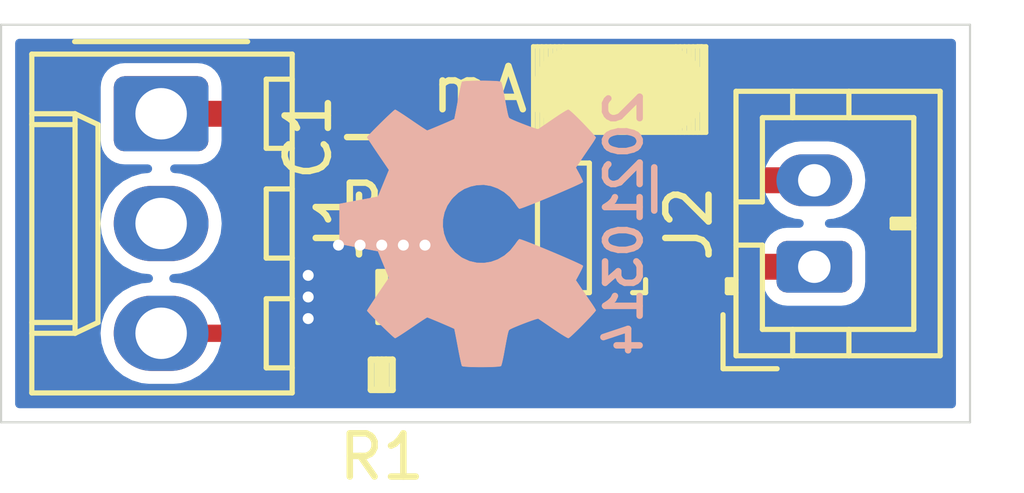
<source format=kicad_pcb>
(kicad_pcb (version 20171130) (host pcbnew 5.1.9-73d0e3b20d~88~ubuntu20.10.1)

  (general
    (thickness 1.6)
    (drawings 4)
    (tracks 25)
    (zones 0)
    (modules 9)
    (nets 7)
  )

  (page A4)
  (layers
    (0 F.Cu signal)
    (31 B.Cu signal)
    (32 B.Adhes user)
    (33 F.Adhes user)
    (34 B.Paste user)
    (35 F.Paste user)
    (36 B.SilkS user)
    (37 F.SilkS user)
    (38 B.Mask user)
    (39 F.Mask user)
    (40 Dwgs.User user)
    (41 Cmts.User user)
    (42 Eco1.User user)
    (43 Eco2.User user)
    (44 Edge.Cuts user)
    (45 Margin user)
    (46 B.CrtYd user)
    (47 F.CrtYd user)
    (48 B.Fab user)
    (49 F.Fab user)
  )

  (setup
    (last_trace_width 0.6)
    (user_trace_width 0.2)
    (user_trace_width 0.3)
    (user_trace_width 0.4)
    (user_trace_width 0.6)
    (user_trace_width 0.8)
    (user_trace_width 1)
    (user_trace_width 1.2)
    (user_trace_width 1.4)
    (user_trace_width 1.6)
    (user_trace_width 2)
    (trace_clearance 0.2)
    (zone_clearance 0.508)
    (zone_45_only no)
    (trace_min 0.1524)
    (via_size 0.8)
    (via_drill 0.4)
    (via_min_size 0.381)
    (via_min_drill 0.254)
    (user_via 0.4 0.254)
    (user_via 0.5 0.3)
    (user_via 0.6 0.4)
    (user_via 0.8 0.6)
    (user_via 1.1 0.8)
    (user_via 1.3 1)
    (user_via 1.5 1.2)
    (user_via 1.7 1.4)
    (user_via 1.9 1.6)
    (user_via 2.5 2)
    (uvia_size 0.3)
    (uvia_drill 0.1)
    (uvias_allowed no)
    (uvia_min_size 0.2)
    (uvia_min_drill 0.1)
    (edge_width 0.05)
    (segment_width 0.2)
    (pcb_text_width 0.3)
    (pcb_text_size 1.5 1.5)
    (mod_edge_width 0.12)
    (mod_text_size 0.8 0.8)
    (mod_text_width 0.12)
    (pad_size 1.524 1.524)
    (pad_drill 0.762)
    (pad_to_mask_clearance 0.0762)
    (solder_mask_min_width 0.1016)
    (pad_to_paste_clearance_ratio -0.1)
    (aux_axis_origin 0 0)
    (visible_elements FFFFFF7F)
    (pcbplotparams
      (layerselection 0x010fc_ffffffff)
      (usegerberextensions false)
      (usegerberattributes true)
      (usegerberadvancedattributes true)
      (creategerberjobfile true)
      (excludeedgelayer true)
      (linewidth 0.100000)
      (plotframeref false)
      (viasonmask false)
      (mode 1)
      (useauxorigin false)
      (hpglpennumber 1)
      (hpglpenspeed 20)
      (hpglpendiameter 15.000000)
      (psnegative false)
      (psa4output false)
      (plotreference true)
      (plotvalue true)
      (plotinvisibletext false)
      (padsonsilk false)
      (subtractmaskfromsilk false)
      (outputformat 1)
      (mirror false)
      (drillshape 1)
      (scaleselection 1)
      (outputdirectory ""))
  )

  (net 0 "")
  (net 1 /Vin)
  (net 2 /GND)
  (net 3 /Ctrl)
  (net 4 /LEDI)
  (net 5 "Net-(R2-Pad2)")
  (net 6 "Net-(R1-Pad1)")

  (net_class Default "This is the default net class."
    (clearance 0.2)
    (trace_width 0.25)
    (via_dia 0.8)
    (via_drill 0.4)
    (uvia_dia 0.3)
    (uvia_drill 0.1)
    (add_net /Ctrl)
    (add_net /GND)
    (add_net /LEDI)
    (add_net /Vin)
    (add_net "Net-(R1-Pad1)")
    (add_net "Net-(R2-Pad2)")
  )

  (module SquantorRcl:R_0805+0603 (layer F.Cu) (tedit 5DB204EF) (tstamp 604E322A)
    (at 153.5 87.7)
    (descr "Resistor SMD 0805, reflow soldering, Vishay (see dcrcw.pdf)")
    (tags "resistor 0805")
    (path /604E2DEF)
    (attr smd)
    (fp_text reference R2 (at 0 -2.1) (layer F.SilkS)
      (effects (font (size 1 1) (thickness 0.15)))
    )
    (fp_text value FB (at 0 2.1) (layer F.Fab)
      (effects (font (size 1 1) (thickness 0.15)))
    )
    (fp_poly (pts (xy -0.1 -0.6) (xy -0.1 0.6) (xy 0.1 0.6) (xy 0.1 -0.6)) (layer F.SilkS) (width 0.1))
    (fp_line (start 1.55 -0.95) (end 1.55 0.95) (layer F.CrtYd) (width 0.05))
    (fp_line (start -1.55 -0.95) (end -1.55 0.95) (layer F.CrtYd) (width 0.05))
    (fp_line (start -1.55 0.95) (end 1.55 0.95) (layer F.CrtYd) (width 0.05))
    (fp_line (start -1.55 -0.95) (end 1.55 -0.95) (layer F.CrtYd) (width 0.05))
    (fp_line (start -1 -0.625) (end 1 -0.625) (layer F.Fab) (width 0.1))
    (fp_line (start 1 -0.625) (end 1 0.625) (layer F.Fab) (width 0.1))
    (fp_line (start 1 0.625) (end -1 0.625) (layer F.Fab) (width 0.1))
    (fp_line (start -1 0.625) (end -1 -0.625) (layer F.Fab) (width 0.1))
    (pad 2 smd rect (at 0.775 0) (size 1.05 1.3) (layers F.Cu F.Paste F.Mask)
      (net 5 "Net-(R2-Pad2)"))
    (pad 1 smd rect (at -0.775 0) (size 1.05 1.3) (layers F.Cu F.Paste F.Mask)
      (net 2 /GND))
    (model ${KISYS3DMOD}/Resistor_SMD.3dshapes/R_0805_2012Metric.step
      (at (xyz 0 0 0))
      (scale (xyz 1 1 1))
      (rotate (xyz 0 0 0))
    )
  )

  (module SquantorRcl:R_0603_hand (layer F.Cu) (tedit 5D440259) (tstamp 604E321B)
    (at 153.5 89.5 180)
    (descr "Resistor SMD 0603, reflow soldering, Vishay (see dcrcw.pdf)")
    (tags "resistor 0603")
    (path /604F54A0)
    (attr smd)
    (fp_text reference R1 (at 0 -1.9) (layer F.SilkS)
      (effects (font (size 1 1) (thickness 0.15)))
    )
    (fp_text value 100 (at -3.4 -0.1) (layer F.Fab)
      (effects (font (size 1 1) (thickness 0.15)))
    )
    (fp_line (start 0 0.35) (end 0 -0.35) (layer F.SilkS) (width 0.15))
    (fp_line (start 0.1 -0.35) (end 0.1 0.35) (layer F.SilkS) (width 0.15))
    (fp_line (start -0.1 -0.35) (end 0.1 -0.35) (layer F.SilkS) (width 0.15))
    (fp_line (start -0.1 0.35) (end -0.1 -0.35) (layer F.SilkS) (width 0.15))
    (fp_line (start 0.25 0.35) (end -0.25 0.35) (layer F.SilkS) (width 0.15))
    (fp_line (start -0.25 -0.35) (end 0.25 -0.35) (layer F.SilkS) (width 0.15))
    (fp_line (start -0.25 0.35) (end -0.25 -0.35) (layer F.SilkS) (width 0.15))
    (fp_line (start 0.25 -0.35) (end 0.25 0.35) (layer F.SilkS) (width 0.15))
    (fp_line (start 1.45 -0.75) (end 1.45 0.75) (layer F.CrtYd) (width 0.05))
    (fp_line (start -1.45 -0.75) (end -1.45 0.75) (layer F.CrtYd) (width 0.05))
    (fp_line (start -1.45 0.75) (end 1.45 0.75) (layer F.CrtYd) (width 0.05))
    (fp_line (start -1.45 -0.75) (end 1.45 -0.75) (layer F.CrtYd) (width 0.05))
    (fp_line (start -0.8 -0.4) (end 0.8 -0.4) (layer F.Fab) (width 0.1))
    (fp_line (start 0.8 -0.4) (end 0.8 0.4) (layer F.Fab) (width 0.1))
    (fp_line (start 0.8 0.4) (end -0.8 0.4) (layer F.Fab) (width 0.1))
    (fp_line (start -0.8 0.4) (end -0.8 -0.4) (layer F.Fab) (width 0.1))
    (pad 2 smd rect (at 0.85 0 180) (size 0.7 0.9) (layers F.Cu F.Paste F.Mask)
      (net 3 /Ctrl))
    (pad 1 smd rect (at -0.85 0 180) (size 0.7 0.9) (layers F.Cu F.Paste F.Mask)
      (net 6 "Net-(R1-Pad1)"))
    (model ${KISYS3DMOD}/Resistor_SMD.3dshapes/R_0603_1608Metric.step
      (at (xyz 0 0 0))
      (scale (xyz 1 1 1))
      (rotate (xyz 0 0 0))
    )
  )

  (module SquantorIC:SOT26-diodesinc (layer F.Cu) (tedit 60493AAE) (tstamp 604E2F08)
    (at 157.7 86.1 90)
    (descr "SOT26 by Diodes Incorporated")
    (tags "SOT26 diodesinc")
    (path /604E2245)
    (fp_text reference U1 (at 0 -3.5 90) (layer F.SilkS)
      (effects (font (size 1 1) (thickness 0.15)))
    )
    (fp_text value AL5802 (at 0 3.2 90) (layer F.Fab)
      (effects (font (size 1 1) (thickness 0.15)))
    )
    (fp_line (start -1.5 -1.9) (end -1.5 1.9) (layer F.CrtYd) (width 0.05))
    (fp_line (start -1.5 1.9) (end 1.5 1.9) (layer F.CrtYd) (width 0.05))
    (fp_line (start 1.5 1.9) (end 1.5 -1.9) (layer F.CrtYd) (width 0.05))
    (fp_line (start 1.5 -1.9) (end -1.5 -1.9) (layer F.CrtYd) (width 0.05))
    (fp_line (start -1.5 1.6) (end -1.5 1.9) (layer F.SilkS) (width 0.12))
    (fp_line (start -1.5 1.9) (end -1.2 1.9) (layer F.SilkS) (width 0.12))
    (fp_line (start 1.5 -0.6) (end 1.5 0.6) (layer F.SilkS) (width 0.12))
    (fp_line (start 1.5 0.6) (end -1.5 0.6) (layer F.SilkS) (width 0.12))
    (fp_line (start -1.5 0.6) (end -1.5 -0.6) (layer F.SilkS) (width 0.12))
    (fp_line (start -1.5 -0.6) (end 1.5 -0.6) (layer F.SilkS) (width 0.12))
    (pad 6 smd rect (at -0.95 -1.2 90) (size 0.55 0.8) (layers F.Cu F.Paste F.Mask)
      (net 5 "Net-(R2-Pad2)"))
    (pad 5 smd rect (at 0 -1.2 90) (size 0.55 0.8) (layers F.Cu F.Paste F.Mask)
      (net 5 "Net-(R2-Pad2)"))
    (pad 4 smd rect (at 0.95 -1.2 90) (size 0.55 0.8) (layers F.Cu F.Paste F.Mask)
      (net 2 /GND))
    (pad 3 smd rect (at 0.95 1.2 90) (size 0.55 0.8) (layers F.Cu F.Paste F.Mask)
      (net 6 "Net-(R1-Pad1)"))
    (pad 2 smd rect (at 0 1.2 90) (size 0.55 0.8) (layers F.Cu F.Paste F.Mask)
      (net 1 /Vin))
    (pad 1 smd rect (at -0.95 1.2 90) (size 0.55 0.8) (layers F.Cu F.Paste F.Mask)
      (net 4 /LEDI))
    (model ${KISYS3DMOD}/Package_TO_SOT_SMD.3dshapes/SOT-23-6.step
      (at (xyz 0 0 0))
      (scale (xyz 1 1 1))
      (rotate (xyz 0 0 -90))
    )
  )

  (module SquantorLabels:Label_Note_small (layer F.Cu) (tedit 59D3F481) (tstamp 604E2EF4)
    (at 156 82.9)
    (path /604E332C)
    (fp_text reference N3 (at -0.05 -2.3) (layer F.Fab) hide
      (effects (font (size 1 1) (thickness 0.15)))
    )
    (fp_text value mA: (at 0 0) (layer F.SilkS)
      (effects (font (size 1 1) (thickness 0.15)))
    )
    (fp_line (start 2 0) (end 4 0) (layer F.SilkS) (width 2))
    (fp_line (start 1 -1) (end 5 -1) (layer F.SilkS) (width 0.1))
    (fp_line (start 5 -1) (end 5 1) (layer F.SilkS) (width 0.1))
    (fp_line (start 5 1) (end 1 1) (layer F.SilkS) (width 0.1))
    (fp_line (start 1 1) (end 1 -1) (layer F.SilkS) (width 0.1))
    (fp_line (start 1.1 1) (end 1.1 -1) (layer F.SilkS) (width 0.1))
    (fp_line (start 1.2 -1) (end 1.2 1) (layer F.SilkS) (width 0.1))
    (fp_line (start 1.3 1) (end 1.3 -1) (layer F.SilkS) (width 0.1))
    (fp_line (start 1.4 -1) (end 1.4 1) (layer F.SilkS) (width 0.1))
    (fp_line (start 1.5 1) (end 1.5 -1) (layer F.SilkS) (width 0.1))
    (fp_line (start 1.6 -1) (end 1.6 1) (layer F.SilkS) (width 0.1))
    (fp_line (start 1.7 1) (end 1.7 -1) (layer F.SilkS) (width 0.1))
    (fp_line (start 4.3 -1) (end 4.3 1) (layer F.SilkS) (width 0.1))
    (fp_line (start 4.4 1) (end 4.4 -1) (layer F.SilkS) (width 0.1))
    (fp_line (start 4.5 -1) (end 4.5 1) (layer F.SilkS) (width 0.1))
    (fp_line (start 4.6 1) (end 4.6 -1) (layer F.SilkS) (width 0.1))
    (fp_line (start 4.7 -1) (end 4.7 1) (layer F.SilkS) (width 0.1))
    (fp_line (start 4.8 1) (end 4.8 -1) (layer F.SilkS) (width 0.1))
    (fp_line (start 4.8 -1) (end 4.9 -1) (layer F.SilkS) (width 0.1))
    (fp_line (start 4.9 -1) (end 4.9 1) (layer F.SilkS) (width 0.1))
  )

  (module Connector_JST:JST_PH_B2B-PH-K_1x02_P2.00mm_Vertical (layer F.Cu) (tedit 5B7745C2) (tstamp 604E2ED0)
    (at 163.5 87 90)
    (descr "JST PH series connector, B2B-PH-K (http://www.jst-mfg.com/product/pdf/eng/ePH.pdf), generated with kicad-footprint-generator")
    (tags "connector JST PH side entry")
    (path /604E30AB)
    (fp_text reference J2 (at 1 -2.9 90) (layer F.SilkS)
      (effects (font (size 1 1) (thickness 0.15)))
    )
    (fp_text value Conn_01x02 (at 1 4 90) (layer F.Fab)
      (effects (font (size 1 1) (thickness 0.15)))
    )
    (fp_line (start 4.45 -2.2) (end -2.45 -2.2) (layer F.CrtYd) (width 0.05))
    (fp_line (start 4.45 3.3) (end 4.45 -2.2) (layer F.CrtYd) (width 0.05))
    (fp_line (start -2.45 3.3) (end 4.45 3.3) (layer F.CrtYd) (width 0.05))
    (fp_line (start -2.45 -2.2) (end -2.45 3.3) (layer F.CrtYd) (width 0.05))
    (fp_line (start 3.95 -1.7) (end -1.95 -1.7) (layer F.Fab) (width 0.1))
    (fp_line (start 3.95 2.8) (end 3.95 -1.7) (layer F.Fab) (width 0.1))
    (fp_line (start -1.95 2.8) (end 3.95 2.8) (layer F.Fab) (width 0.1))
    (fp_line (start -1.95 -1.7) (end -1.95 2.8) (layer F.Fab) (width 0.1))
    (fp_line (start -2.36 -2.11) (end -2.36 -0.86) (layer F.Fab) (width 0.1))
    (fp_line (start -1.11 -2.11) (end -2.36 -2.11) (layer F.Fab) (width 0.1))
    (fp_line (start -2.36 -2.11) (end -2.36 -0.86) (layer F.SilkS) (width 0.12))
    (fp_line (start -1.11 -2.11) (end -2.36 -2.11) (layer F.SilkS) (width 0.12))
    (fp_line (start 1 2.3) (end 1 1.8) (layer F.SilkS) (width 0.12))
    (fp_line (start 1.1 1.8) (end 1.1 2.3) (layer F.SilkS) (width 0.12))
    (fp_line (start 0.9 1.8) (end 1.1 1.8) (layer F.SilkS) (width 0.12))
    (fp_line (start 0.9 2.3) (end 0.9 1.8) (layer F.SilkS) (width 0.12))
    (fp_line (start 4.06 0.8) (end 3.45 0.8) (layer F.SilkS) (width 0.12))
    (fp_line (start 4.06 -0.5) (end 3.45 -0.5) (layer F.SilkS) (width 0.12))
    (fp_line (start -2.06 0.8) (end -1.45 0.8) (layer F.SilkS) (width 0.12))
    (fp_line (start -2.06 -0.5) (end -1.45 -0.5) (layer F.SilkS) (width 0.12))
    (fp_line (start 1.5 -1.2) (end 1.5 -1.81) (layer F.SilkS) (width 0.12))
    (fp_line (start 3.45 -1.2) (end 1.5 -1.2) (layer F.SilkS) (width 0.12))
    (fp_line (start 3.45 2.3) (end 3.45 -1.2) (layer F.SilkS) (width 0.12))
    (fp_line (start -1.45 2.3) (end 3.45 2.3) (layer F.SilkS) (width 0.12))
    (fp_line (start -1.45 -1.2) (end -1.45 2.3) (layer F.SilkS) (width 0.12))
    (fp_line (start 0.5 -1.2) (end -1.45 -1.2) (layer F.SilkS) (width 0.12))
    (fp_line (start 0.5 -1.81) (end 0.5 -1.2) (layer F.SilkS) (width 0.12))
    (fp_line (start -0.3 -1.91) (end -0.6 -1.91) (layer F.SilkS) (width 0.12))
    (fp_line (start -0.6 -2.01) (end -0.6 -1.81) (layer F.SilkS) (width 0.12))
    (fp_line (start -0.3 -2.01) (end -0.6 -2.01) (layer F.SilkS) (width 0.12))
    (fp_line (start -0.3 -1.81) (end -0.3 -2.01) (layer F.SilkS) (width 0.12))
    (fp_line (start 4.06 -1.81) (end -2.06 -1.81) (layer F.SilkS) (width 0.12))
    (fp_line (start 4.06 2.91) (end 4.06 -1.81) (layer F.SilkS) (width 0.12))
    (fp_line (start -2.06 2.91) (end 4.06 2.91) (layer F.SilkS) (width 0.12))
    (fp_line (start -2.06 -1.81) (end -2.06 2.91) (layer F.SilkS) (width 0.12))
    (fp_text user %R (at 1 1.5 90) (layer F.Fab)
      (effects (font (size 1 1) (thickness 0.15)))
    )
    (pad 2 thru_hole oval (at 2 0 90) (size 1.2 1.75) (drill 0.75) (layers *.Cu *.Mask)
      (net 1 /Vin))
    (pad 1 thru_hole roundrect (at 0 0 90) (size 1.2 1.75) (drill 0.75) (layers *.Cu *.Mask) (roundrect_rratio 0.208333)
      (net 4 /LEDI))
    (model ${KISYS3DMOD}/Connector_JST.3dshapes/JST_PH_B2B-PH-K_1x02_P2.00mm_Vertical.wrl
      (at (xyz 0 0 0))
      (scale (xyz 1 1 1))
      (rotate (xyz 0 0 0))
    )
  )

  (module Connector_Molex:Molex_KK-254_AE-6410-03A_1x03_P2.54mm_Vertical (layer F.Cu) (tedit 5EA53D3B) (tstamp 604E2EA6)
    (at 148.4 83.46 270)
    (descr "Molex KK-254 Interconnect System, old/engineering part number: AE-6410-03A example for new part number: 22-27-2031, 3 Pins (http://www.molex.com/pdm_docs/sd/022272021_sd.pdf), generated with kicad-footprint-generator")
    (tags "connector Molex KK-254 vertical")
    (path /604E2675)
    (fp_text reference J1 (at 2.54 -4.12 90) (layer F.SilkS)
      (effects (font (size 1 1) (thickness 0.15)))
    )
    (fp_text value Conn_01x03 (at 2.04 -1.4 90) (layer F.Fab)
      (effects (font (size 1 1) (thickness 0.15)))
    )
    (fp_line (start 6.85 -3.42) (end -1.77 -3.42) (layer F.CrtYd) (width 0.05))
    (fp_line (start 6.85 3.38) (end 6.85 -3.42) (layer F.CrtYd) (width 0.05))
    (fp_line (start -1.77 3.38) (end 6.85 3.38) (layer F.CrtYd) (width 0.05))
    (fp_line (start -1.77 -3.42) (end -1.77 3.38) (layer F.CrtYd) (width 0.05))
    (fp_line (start 5.88 -2.43) (end 5.88 -3.03) (layer F.SilkS) (width 0.12))
    (fp_line (start 4.28 -2.43) (end 5.88 -2.43) (layer F.SilkS) (width 0.12))
    (fp_line (start 4.28 -3.03) (end 4.28 -2.43) (layer F.SilkS) (width 0.12))
    (fp_line (start 3.34 -2.43) (end 3.34 -3.03) (layer F.SilkS) (width 0.12))
    (fp_line (start 1.74 -2.43) (end 3.34 -2.43) (layer F.SilkS) (width 0.12))
    (fp_line (start 1.74 -3.03) (end 1.74 -2.43) (layer F.SilkS) (width 0.12))
    (fp_line (start 0.8 -2.43) (end 0.8 -3.03) (layer F.SilkS) (width 0.12))
    (fp_line (start -0.8 -2.43) (end 0.8 -2.43) (layer F.SilkS) (width 0.12))
    (fp_line (start -0.8 -3.03) (end -0.8 -2.43) (layer F.SilkS) (width 0.12))
    (fp_line (start 4.83 2.99) (end 4.83 1.99) (layer F.SilkS) (width 0.12))
    (fp_line (start 0.25 2.99) (end 0.25 1.99) (layer F.SilkS) (width 0.12))
    (fp_line (start 4.83 1.46) (end 5.08 1.99) (layer F.SilkS) (width 0.12))
    (fp_line (start 0.25 1.46) (end 4.83 1.46) (layer F.SilkS) (width 0.12))
    (fp_line (start 0 1.99) (end 0.25 1.46) (layer F.SilkS) (width 0.12))
    (fp_line (start 5.08 1.99) (end 5.08 2.99) (layer F.SilkS) (width 0.12))
    (fp_line (start 0 1.99) (end 5.08 1.99) (layer F.SilkS) (width 0.12))
    (fp_line (start 0 2.99) (end 0 1.99) (layer F.SilkS) (width 0.12))
    (fp_line (start -0.562893 0) (end -1.27 0.5) (layer F.Fab) (width 0.1))
    (fp_line (start -1.27 -0.5) (end -0.562893 0) (layer F.Fab) (width 0.1))
    (fp_line (start -1.67 -2) (end -1.67 2) (layer F.SilkS) (width 0.12))
    (fp_line (start 6.46 -3.03) (end -1.38 -3.03) (layer F.SilkS) (width 0.12))
    (fp_line (start 6.46 2.99) (end 6.46 -3.03) (layer F.SilkS) (width 0.12))
    (fp_line (start -1.38 2.99) (end 6.46 2.99) (layer F.SilkS) (width 0.12))
    (fp_line (start -1.38 -3.03) (end -1.38 2.99) (layer F.SilkS) (width 0.12))
    (fp_line (start 6.35 -2.92) (end -1.27 -2.92) (layer F.Fab) (width 0.1))
    (fp_line (start 6.35 2.88) (end 6.35 -2.92) (layer F.Fab) (width 0.1))
    (fp_line (start -1.27 2.88) (end 6.35 2.88) (layer F.Fab) (width 0.1))
    (fp_line (start -1.27 -2.92) (end -1.27 2.88) (layer F.Fab) (width 0.1))
    (fp_text user %R (at 2.54 -2.22 90) (layer F.Fab)
      (effects (font (size 1 1) (thickness 0.15)))
    )
    (pad 3 thru_hole oval (at 5.08 0 270) (size 1.74 2.19) (drill 1.19) (layers *.Cu *.Mask)
      (net 3 /Ctrl))
    (pad 2 thru_hole oval (at 2.54 0 270) (size 1.74 2.19) (drill 1.19) (layers *.Cu *.Mask)
      (net 2 /GND))
    (pad 1 thru_hole roundrect (at 0 0 270) (size 1.74 2.19) (drill 1.19) (layers *.Cu *.Mask) (roundrect_rratio 0.143678)
      (net 1 /Vin))
    (model ${KISYS3DMOD}/Connector_Molex.3dshapes/Molex_KK-254_AE-6410-03A_1x03_P2.54mm_Vertical.wrl
      (at (xyz 0 0 0))
      (scale (xyz 1 1 1))
      (rotate (xyz 0 0 0))
    )
  )

  (module SquantorRcl:C_1206_0805 (layer F.Cu) (tedit 604532CE) (tstamp 604E2E7E)
    (at 153.5 84 90)
    (descr "Capacitor SMD 1206 and 0805")
    (tags "capacitor 1206&0805 dual footprint")
    (path /604F4902)
    (attr smd)
    (fp_text reference C1 (at 0 -1.7 90) (layer F.SilkS)
      (effects (font (size 1 1) (thickness 0.15)))
    )
    (fp_text value C (at 0 1.8 90) (layer F.Fab)
      (effects (font (size 1 1) (thickness 0.15)))
    )
    (fp_line (start -1.6 0.8) (end -1.6 -0.8) (layer F.Fab) (width 0.15))
    (fp_line (start 1.6 0.8) (end -1.6 0.8) (layer F.Fab) (width 0.15))
    (fp_line (start 1.6 -0.8) (end 1.6 0.8) (layer F.Fab) (width 0.15))
    (fp_line (start -1.6 -0.8) (end 1.6 -0.8) (layer F.Fab) (width 0.15))
    (fp_line (start -2.3 -1.15) (end 2.3 -1.15) (layer F.CrtYd) (width 0.05))
    (fp_line (start -2.3 1.15) (end 2.3 1.15) (layer F.CrtYd) (width 0.05))
    (fp_line (start -2.3 -1.15) (end -2.3 1.15) (layer F.CrtYd) (width 0.05))
    (fp_line (start 2.3 -1.15) (end 2.3 1.15) (layer F.CrtYd) (width 0.05))
    (fp_line (start 0 -0.8) (end 0 0.8) (layer F.SilkS) (width 0.15))
    (pad 2 smd rect (at 1.25 0 90) (size 1.5 1.6) (layers F.Cu F.Paste F.Mask)
      (net 1 /Vin))
    (pad 1 smd rect (at -1.25 0 90) (size 1.5 1.6) (layers F.Cu F.Paste F.Mask)
      (net 2 /GND))
    (model ${KISYS3DMOD}/Capacitor_SMD.3dshapes/C_1206_3216Metric.step
      (at (xyz 0 0 0))
      (scale (xyz 1 1 1))
      (rotate (xyz 0 0 0))
    )
  )

  (module Symbol:OSHW-Symbol_6.7x6mm_SilkScreen (layer B.Cu) (tedit 0) (tstamp 5EE12086)
    (at 155.5 86 270)
    (descr "Open Source Hardware Symbol")
    (tags "Logo Symbol OSHW")
    (path /5EE13678)
    (attr virtual)
    (fp_text reference N2 (at 0 0 90) (layer B.SilkS) hide
      (effects (font (size 1 1) (thickness 0.15)) (justify mirror))
    )
    (fp_text value OHWLOGO (at 0.75 0 90) (layer B.Fab) hide
      (effects (font (size 1 1) (thickness 0.15)) (justify mirror))
    )
    (fp_poly (pts (xy 0.555814 2.531069) (xy 0.639635 2.086445) (xy 0.94892 1.958947) (xy 1.258206 1.831449)
      (xy 1.629246 2.083754) (xy 1.733157 2.154004) (xy 1.827087 2.216728) (xy 1.906652 2.269062)
      (xy 1.96747 2.308143) (xy 2.005157 2.331107) (xy 2.015421 2.336058) (xy 2.03391 2.323324)
      (xy 2.07342 2.288118) (xy 2.129522 2.234938) (xy 2.197787 2.168282) (xy 2.273786 2.092646)
      (xy 2.353092 2.012528) (xy 2.431275 1.932426) (xy 2.503907 1.856836) (xy 2.566559 1.790255)
      (xy 2.614803 1.737182) (xy 2.64421 1.702113) (xy 2.651241 1.690377) (xy 2.641123 1.66874)
      (xy 2.612759 1.621338) (xy 2.569129 1.552807) (xy 2.513218 1.467785) (xy 2.448006 1.370907)
      (xy 2.410219 1.31565) (xy 2.341343 1.214752) (xy 2.28014 1.123701) (xy 2.229578 1.04703)
      (xy 2.192628 0.989272) (xy 2.172258 0.954957) (xy 2.169197 0.947746) (xy 2.176136 0.927252)
      (xy 2.195051 0.879487) (xy 2.223087 0.811168) (xy 2.257391 0.729011) (xy 2.295109 0.63973)
      (xy 2.333387 0.550042) (xy 2.36937 0.466662) (xy 2.400206 0.396306) (xy 2.423039 0.34569)
      (xy 2.435017 0.321529) (xy 2.435724 0.320578) (xy 2.454531 0.315964) (xy 2.504618 0.305672)
      (xy 2.580793 0.290713) (xy 2.677865 0.272099) (xy 2.790643 0.250841) (xy 2.856442 0.238582)
      (xy 2.97695 0.215638) (xy 3.085797 0.193805) (xy 3.177476 0.174278) (xy 3.246481 0.158252)
      (xy 3.287304 0.146921) (xy 3.295511 0.143326) (xy 3.303548 0.118994) (xy 3.310033 0.064041)
      (xy 3.31497 -0.015108) (xy 3.318364 -0.112026) (xy 3.320218 -0.220287) (xy 3.320538 -0.333465)
      (xy 3.319327 -0.445135) (xy 3.31659 -0.548868) (xy 3.312331 -0.638241) (xy 3.306555 -0.706826)
      (xy 3.299267 -0.748197) (xy 3.294895 -0.75681) (xy 3.268764 -0.767133) (xy 3.213393 -0.781892)
      (xy 3.136107 -0.799352) (xy 3.04423 -0.81778) (xy 3.012158 -0.823741) (xy 2.857524 -0.852066)
      (xy 2.735375 -0.874876) (xy 2.641673 -0.89308) (xy 2.572384 -0.907583) (xy 2.523471 -0.919292)
      (xy 2.490897 -0.929115) (xy 2.470628 -0.937956) (xy 2.458626 -0.946724) (xy 2.456947 -0.948457)
      (xy 2.440184 -0.976371) (xy 2.414614 -1.030695) (xy 2.382788 -1.104777) (xy 2.34726 -1.191965)
      (xy 2.310583 -1.285608) (xy 2.275311 -1.379052) (xy 2.243996 -1.465647) (xy 2.219193 -1.53874)
      (xy 2.203454 -1.591678) (xy 2.199332 -1.617811) (xy 2.199676 -1.618726) (xy 2.213641 -1.640086)
      (xy 2.245322 -1.687084) (xy 2.291391 -1.754827) (xy 2.348518 -1.838423) (xy 2.413373 -1.932982)
      (xy 2.431843 -1.959854) (xy 2.497699 -2.057275) (xy 2.55565 -2.146163) (xy 2.602538 -2.221412)
      (xy 2.635207 -2.27792) (xy 2.6505 -2.310581) (xy 2.651241 -2.314593) (xy 2.638392 -2.335684)
      (xy 2.602888 -2.377464) (xy 2.549293 -2.435445) (xy 2.482171 -2.505135) (xy 2.406087 -2.582045)
      (xy 2.325604 -2.661683) (xy 2.245287 -2.739561) (xy 2.169699 -2.811186) (xy 2.103405 -2.87207)
      (xy 2.050969 -2.917721) (xy 2.016955 -2.94365) (xy 2.007545 -2.947883) (xy 1.985643 -2.937912)
      (xy 1.9408 -2.91102) (xy 1.880321 -2.871736) (xy 1.833789 -2.840117) (xy 1.749475 -2.782098)
      (xy 1.649626 -2.713784) (xy 1.549473 -2.645579) (xy 1.495627 -2.609075) (xy 1.313371 -2.4858)
      (xy 1.160381 -2.56852) (xy 1.090682 -2.604759) (xy 1.031414 -2.632926) (xy 0.991311 -2.648991)
      (xy 0.981103 -2.651226) (xy 0.968829 -2.634722) (xy 0.944613 -2.588082) (xy 0.910263 -2.515609)
      (xy 0.867588 -2.421606) (xy 0.818394 -2.310374) (xy 0.76449 -2.186215) (xy 0.707684 -2.053432)
      (xy 0.649782 -1.916327) (xy 0.592593 -1.779202) (xy 0.537924 -1.646358) (xy 0.487584 -1.522098)
      (xy 0.44338 -1.410725) (xy 0.407119 -1.316539) (xy 0.380609 -1.243844) (xy 0.365658 -1.196941)
      (xy 0.363254 -1.180833) (xy 0.382311 -1.160286) (xy 0.424036 -1.126933) (xy 0.479706 -1.087702)
      (xy 0.484378 -1.084599) (xy 0.628264 -0.969423) (xy 0.744283 -0.835053) (xy 0.83143 -0.685784)
      (xy 0.888699 -0.525913) (xy 0.915086 -0.359737) (xy 0.909585 -0.191552) (xy 0.87119 -0.025655)
      (xy 0.798895 0.133658) (xy 0.777626 0.168513) (xy 0.666996 0.309263) (xy 0.536302 0.422286)
      (xy 0.390064 0.506997) (xy 0.232808 0.562806) (xy 0.069057 0.589126) (xy -0.096667 0.58537)
      (xy -0.259838 0.55095) (xy -0.415935 0.485277) (xy -0.560433 0.387765) (xy -0.605131 0.348187)
      (xy -0.718888 0.224297) (xy -0.801782 0.093876) (xy -0.858644 -0.052315) (xy -0.890313 -0.197088)
      (xy -0.898131 -0.35986) (xy -0.872062 -0.52344) (xy -0.814755 -0.682298) (xy -0.728856 -0.830906)
      (xy -0.617014 -0.963735) (xy -0.481877 -1.075256) (xy -0.464117 -1.087011) (xy -0.40785 -1.125508)
      (xy -0.365077 -1.158863) (xy -0.344628 -1.18016) (xy -0.344331 -1.180833) (xy -0.348721 -1.203871)
      (xy -0.366124 -1.256157) (xy -0.394732 -1.33339) (xy -0.432735 -1.431268) (xy -0.478326 -1.545491)
      (xy -0.529697 -1.671758) (xy -0.585038 -1.805767) (xy -0.642542 -1.943218) (xy -0.700399 -2.079808)
      (xy -0.756802 -2.211237) (xy -0.809942 -2.333205) (xy -0.85801 -2.441409) (xy -0.899199 -2.531549)
      (xy -0.931699 -2.599323) (xy -0.953703 -2.64043) (xy -0.962564 -2.651226) (xy -0.98964 -2.642819)
      (xy -1.040303 -2.620272) (xy -1.105817 -2.587613) (xy -1.141841 -2.56852) (xy -1.294832 -2.4858)
      (xy -1.477088 -2.609075) (xy -1.570125 -2.672228) (xy -1.671985 -2.741727) (xy -1.767438 -2.807165)
      (xy -1.81525 -2.840117) (xy -1.882495 -2.885273) (xy -1.939436 -2.921057) (xy -1.978646 -2.942938)
      (xy -1.991381 -2.947563) (xy -2.009917 -2.935085) (xy -2.050941 -2.900252) (xy -2.110475 -2.846678)
      (xy -2.184542 -2.777983) (xy -2.269165 -2.697781) (xy -2.322685 -2.646286) (xy -2.416319 -2.554286)
      (xy -2.497241 -2.471999) (xy -2.562177 -2.402945) (xy -2.607858 -2.350644) (xy -2.631011 -2.318616)
      (xy -2.633232 -2.312116) (xy -2.622924 -2.287394) (xy -2.594439 -2.237405) (xy -2.550937 -2.167212)
      (xy -2.495577 -2.081875) (xy -2.43152 -1.986456) (xy -2.413303 -1.959854) (xy -2.346927 -1.863167)
      (xy -2.287378 -1.776117) (xy -2.237984 -1.703595) (xy -2.202075 -1.650493) (xy -2.182981 -1.621703)
      (xy -2.181136 -1.618726) (xy -2.183895 -1.595782) (xy -2.198538 -1.545336) (xy -2.222513 -1.474041)
      (xy -2.253266 -1.388547) (xy -2.288244 -1.295507) (xy -2.324893 -1.201574) (xy -2.360661 -1.113399)
      (xy -2.392994 -1.037634) (xy -2.419338 -0.980931) (xy -2.437142 -0.949943) (xy -2.438407 -0.948457)
      (xy -2.449294 -0.939601) (xy -2.467682 -0.930843) (xy -2.497606 -0.921277) (xy -2.543103 -0.909996)
      (xy -2.608209 -0.896093) (xy -2.696961 -0.878663) (xy -2.813393 -0.856798) (xy -2.961542 -0.829591)
      (xy -2.993618 -0.823741) (xy -3.088686 -0.805374) (xy -3.171565 -0.787405) (xy -3.23493 -0.771569)
      (xy -3.271458 -0.7596) (xy -3.276356 -0.75681) (xy -3.284427 -0.732072) (xy -3.290987 -0.67679)
      (xy -3.296033 -0.597389) (xy -3.299559 -0.500296) (xy -3.301561 -0.391938) (xy -3.302036 -0.27874)
      (xy -3.300977 -0.167128) (xy -3.298382 -0.063529) (xy -3.294246 0.025632) (xy -3.288563 0.093928)
      (xy -3.281331 0.134934) (xy -3.276971 0.143326) (xy -3.252698 0.151792) (xy -3.197426 0.165565)
      (xy -3.116662 0.18345) (xy -3.015912 0.204252) (xy -2.900683 0.226777) (xy -2.837902 0.238582)
      (xy -2.718787 0.260849) (xy -2.612565 0.281021) (xy -2.524427 0.298085) (xy -2.459566 0.311031)
      (xy -2.423174 0.318845) (xy -2.417184 0.320578) (xy -2.407061 0.34011) (xy -2.385662 0.387157)
      (xy -2.355839 0.454997) (xy -2.320445 0.536909) (xy -2.282332 0.626172) (xy -2.244353 0.716065)
      (xy -2.20936 0.799865) (xy -2.180206 0.870853) (xy -2.159743 0.922306) (xy -2.150823 0.947503)
      (xy -2.150657 0.948604) (xy -2.160769 0.968481) (xy -2.189117 1.014223) (xy -2.232723 1.081283)
      (xy -2.288606 1.165116) (xy -2.353787 1.261174) (xy -2.391679 1.31635) (xy -2.460725 1.417519)
      (xy -2.52205 1.50937) (xy -2.572663 1.587256) (xy -2.609571 1.646531) (xy -2.629782 1.682549)
      (xy -2.632701 1.690623) (xy -2.620153 1.709416) (xy -2.585463 1.749543) (xy -2.533063 1.806507)
      (xy -2.467384 1.875815) (xy -2.392856 1.952969) (xy -2.313913 2.033475) (xy -2.234983 2.112837)
      (xy -2.1605 2.18656) (xy -2.094894 2.250148) (xy -2.042596 2.299106) (xy -2.008039 2.328939)
      (xy -1.996478 2.336058) (xy -1.977654 2.326047) (xy -1.932631 2.297922) (xy -1.865787 2.254546)
      (xy -1.781499 2.198782) (xy -1.684144 2.133494) (xy -1.610707 2.083754) (xy -1.239667 1.831449)
      (xy -0.621095 2.086445) (xy -0.537275 2.531069) (xy -0.453454 2.975693) (xy 0.471994 2.975693)
      (xy 0.555814 2.531069)) (layer B.SilkS) (width 0.01))
  )

  (module SquantorLabels:Label_Generic (layer B.Cu) (tedit 5D8A7D4C) (tstamp 5EE12051)
    (at 159.2 85.2 270)
    (descr "Label for general purpose use")
    (tags Label)
    (path /5EE12BF3)
    (attr smd)
    (fp_text reference N1 (at 0 -1.85 90) (layer B.Fab) hide
      (effects (font (size 1 1) (thickness 0.15)) (justify mirror))
    )
    (fp_text value 20210314 (at 0.8 0.1 90) (layer B.SilkS)
      (effects (font (size 0.8 0.8) (thickness 0.15)) (justify mirror))
    )
    (fp_line (start -0.5 -0.6) (end 0.5 -0.6) (layer B.SilkS) (width 0.15))
  )

  (gr_line (start 144.7 90.6) (end 144.7 81.4) (layer Edge.Cuts) (width 0.05) (tstamp 604E396F))
  (gr_line (start 167.1 90.6) (end 144.7 90.6) (layer Edge.Cuts) (width 0.05))
  (gr_line (start 167.1 81.4) (end 167.1 90.6) (layer Edge.Cuts) (width 0.05))
  (gr_line (start 144.7 81.4) (end 167.1 81.4) (layer Edge.Cuts) (width 0.05))

  (via (at 151.8 87.7) (size 0.4) (drill 0.254) (layers F.Cu B.Cu) (net 0))
  (via (at 151.8 87.2) (size 0.4) (drill 0.254) (layers F.Cu B.Cu) (net 0))
  (via (at 151.8 88.2) (size 0.4) (drill 0.254) (layers F.Cu B.Cu) (net 0))
  (via (at 153.5 86.5) (size 0.4) (drill 0.254) (layers F.Cu B.Cu) (net 0))
  (via (at 154 86.5) (size 0.4) (drill 0.254) (layers F.Cu B.Cu) (net 0))
  (via (at 154.5 86.5) (size 0.4) (drill 0.254) (layers F.Cu B.Cu) (net 0))
  (via (at 153 86.5) (size 0.4) (drill 0.254) (layers F.Cu B.Cu) (net 0))
  (via (at 152.5 86.5) (size 0.4) (drill 0.254) (layers F.Cu B.Cu) (net 0))
  (segment (start 158.9 86.1) (end 160.8 86.1) (width 0.6) (layer F.Cu) (net 1))
  (segment (start 161.9 85) (end 163.5 85) (width 0.6) (layer F.Cu) (net 1))
  (segment (start 160.8 86.1) (end 161.9 85) (width 0.6) (layer F.Cu) (net 1))
  (segment (start 148.4 83.46) (end 151.54 83.46) (width 0.6) (layer F.Cu) (net 1))
  (segment (start 152.25 82.75) (end 153.5 82.75) (width 0.6) (layer F.Cu) (net 1))
  (segment (start 151.54 83.46) (end 152.25 82.75) (width 0.6) (layer F.Cu) (net 1))
  (segment (start 153.5 82.75) (end 156.85 82.75) (width 0.6) (layer F.Cu) (net 1))
  (segment (start 156.85 82.75) (end 157.7 83.6) (width 0.6) (layer F.Cu) (net 1))
  (segment (start 157.7 83.6) (end 157.7 85.7) (width 0.6) (layer F.Cu) (net 1))
  (segment (start 158.1 86.1) (end 158.9 86.1) (width 0.6) (layer F.Cu) (net 1))
  (segment (start 157.7 85.7) (end 158.1 86.1) (width 0.6) (layer F.Cu) (net 1))
  (segment (start 152.65 89.5) (end 151.2 89.5) (width 0.4) (layer F.Cu) (net 3))
  (segment (start 150.24 88.54) (end 148.4 88.54) (width 0.4) (layer F.Cu) (net 3))
  (segment (start 151.2 89.5) (end 150.24 88.54) (width 0.4) (layer F.Cu) (net 3))
  (segment (start 158.9 87.05) (end 161.25 87.05) (width 0.6) (layer F.Cu) (net 4))
  (segment (start 161.3 87) (end 163.5 87) (width 0.6) (layer F.Cu) (net 4))
  (segment (start 161.25 87.05) (end 161.3 87) (width 0.6) (layer F.Cu) (net 4))

  (zone (net 0) (net_name "") (layer B.Cu) (tstamp 0) (hatch edge 0.508)
    (connect_pads (clearance 0.3))
    (min_thickness 0.2)
    (fill yes (arc_segments 32) (thermal_gap 0.2) (thermal_bridge_width 0.4))
    (polygon
      (pts
        (xy 167.1 90.6) (xy 144.7 90.6) (xy 144.7 81.4) (xy 167.1 81.4)
      )
    )
    (filled_polygon
      (pts
        (xy 166.675001 90.175) (xy 145.125 90.175) (xy 145.125 86) (xy 146.898856 86) (xy 146.923377 86.248963)
        (xy 146.995997 86.488359) (xy 147.113925 86.708988) (xy 147.27263 86.90237) (xy 147.466012 87.061075) (xy 147.686641 87.179003)
        (xy 147.926037 87.251623) (xy 148.11262 87.27) (xy 147.926037 87.288377) (xy 147.686641 87.360997) (xy 147.466012 87.478925)
        (xy 147.27263 87.63763) (xy 147.113925 87.831012) (xy 146.995997 88.051641) (xy 146.923377 88.291037) (xy 146.898856 88.54)
        (xy 146.923377 88.788963) (xy 146.995997 89.028359) (xy 147.113925 89.248988) (xy 147.27263 89.44237) (xy 147.466012 89.601075)
        (xy 147.686641 89.719003) (xy 147.926037 89.791623) (xy 148.11262 89.81) (xy 148.68738 89.81) (xy 148.873963 89.791623)
        (xy 149.113359 89.719003) (xy 149.333988 89.601075) (xy 149.52737 89.44237) (xy 149.686075 89.248988) (xy 149.804003 89.028359)
        (xy 149.876623 88.788963) (xy 149.901144 88.54) (xy 149.876623 88.291037) (xy 149.804003 88.051641) (xy 149.686075 87.831012)
        (xy 149.52737 87.63763) (xy 149.333988 87.478925) (xy 149.113359 87.360997) (xy 148.873963 87.288377) (xy 148.68738 87.27)
        (xy 148.873963 87.251623) (xy 149.113359 87.179003) (xy 149.333988 87.061075) (xy 149.52737 86.90237) (xy 149.686075 86.708988)
        (xy 149.804003 86.488359) (xy 149.876623 86.248963) (xy 149.901144 86) (xy 149.876623 85.751037) (xy 149.804003 85.511641)
        (xy 149.686075 85.291012) (xy 149.52737 85.09763) (xy 149.408408 85) (xy 162.220162 85) (xy 162.23947 85.196034)
        (xy 162.296651 85.384535) (xy 162.389508 85.558258) (xy 162.514472 85.710528) (xy 162.666742 85.835492) (xy 162.840465 85.928349)
        (xy 163.028966 85.98553) (xy 163.156234 85.998065) (xy 162.874999 85.998065) (xy 162.747813 86.010592) (xy 162.625515 86.047691)
        (xy 162.512804 86.107936) (xy 162.414012 86.189012) (xy 162.332936 86.287804) (xy 162.272691 86.400515) (xy 162.235592 86.522813)
        (xy 162.223065 86.649999) (xy 162.223065 87.350001) (xy 162.235592 87.477187) (xy 162.272691 87.599485) (xy 162.332936 87.712196)
        (xy 162.414012 87.810988) (xy 162.512804 87.892064) (xy 162.625515 87.952309) (xy 162.747813 87.989408) (xy 162.874999 88.001935)
        (xy 164.125001 88.001935) (xy 164.252187 87.989408) (xy 164.374485 87.952309) (xy 164.487196 87.892064) (xy 164.585988 87.810988)
        (xy 164.667064 87.712196) (xy 164.727309 87.599485) (xy 164.764408 87.477187) (xy 164.776935 87.350001) (xy 164.776935 86.649999)
        (xy 164.764408 86.522813) (xy 164.727309 86.400515) (xy 164.667064 86.287804) (xy 164.585988 86.189012) (xy 164.487196 86.107936)
        (xy 164.374485 86.047691) (xy 164.252187 86.010592) (xy 164.125001 85.998065) (xy 163.843766 85.998065) (xy 163.971034 85.98553)
        (xy 164.159535 85.928349) (xy 164.333258 85.835492) (xy 164.485528 85.710528) (xy 164.610492 85.558258) (xy 164.703349 85.384535)
        (xy 164.76053 85.196034) (xy 164.779838 85) (xy 164.76053 84.803966) (xy 164.703349 84.615465) (xy 164.610492 84.441742)
        (xy 164.485528 84.289472) (xy 164.333258 84.164508) (xy 164.159535 84.071651) (xy 163.971034 84.01447) (xy 163.82412 84)
        (xy 163.17588 84) (xy 163.028966 84.01447) (xy 162.840465 84.071651) (xy 162.666742 84.164508) (xy 162.514472 84.289472)
        (xy 162.389508 84.441742) (xy 162.296651 84.615465) (xy 162.23947 84.803966) (xy 162.220162 85) (xy 149.408408 85)
        (xy 149.333988 84.938925) (xy 149.113359 84.820997) (xy 148.873963 84.748377) (xy 148.707026 84.731935) (xy 149.245001 84.731935)
        (xy 149.372187 84.719408) (xy 149.494485 84.682309) (xy 149.607196 84.622064) (xy 149.705988 84.540988) (xy 149.787064 84.442196)
        (xy 149.847309 84.329485) (xy 149.884408 84.207187) (xy 149.896935 84.080001) (xy 149.896935 82.839999) (xy 149.884408 82.712813)
        (xy 149.847309 82.590515) (xy 149.787064 82.477804) (xy 149.705988 82.379012) (xy 149.607196 82.297936) (xy 149.494485 82.237691)
        (xy 149.372187 82.200592) (xy 149.245001 82.188065) (xy 147.554999 82.188065) (xy 147.427813 82.200592) (xy 147.305515 82.237691)
        (xy 147.192804 82.297936) (xy 147.094012 82.379012) (xy 147.012936 82.477804) (xy 146.952691 82.590515) (xy 146.915592 82.712813)
        (xy 146.903065 82.839999) (xy 146.903065 84.080001) (xy 146.915592 84.207187) (xy 146.952691 84.329485) (xy 147.012936 84.442196)
        (xy 147.094012 84.540988) (xy 147.192804 84.622064) (xy 147.305515 84.682309) (xy 147.427813 84.719408) (xy 147.554999 84.731935)
        (xy 148.092974 84.731935) (xy 147.926037 84.748377) (xy 147.686641 84.820997) (xy 147.466012 84.938925) (xy 147.27263 85.09763)
        (xy 147.113925 85.291012) (xy 146.995997 85.511641) (xy 146.923377 85.751037) (xy 146.898856 86) (xy 145.125 86)
        (xy 145.125 81.825) (xy 166.675 81.825)
      )
    )
  )
)

</source>
